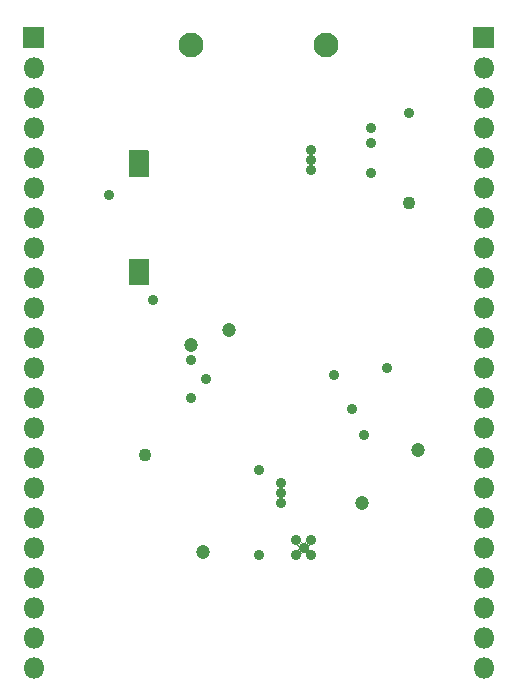
<source format=gbr>
%TF.GenerationSoftware,KiCad,Pcbnew,(5.1.7)-1*%
%TF.CreationDate,2021-01-12T16:12:08+01:00*%
%TF.ProjectId,slckb,736c636b-622e-46b6-9963-61645f706362,rev?*%
%TF.SameCoordinates,Original*%
%TF.FileFunction,Soldermask,Bot*%
%TF.FilePolarity,Negative*%
%FSLAX46Y46*%
G04 Gerber Fmt 4.6, Leading zero omitted, Abs format (unit mm)*
G04 Created by KiCad (PCBNEW (5.1.7)-1) date 2021-01-12 16:12:08*
%MOMM*%
%LPD*%
G01*
G04 APERTURE LIST*
%ADD10O,1.800000X1.800000*%
%ADD11C,2.100000*%
%ADD12C,0.900000*%
%ADD13C,1.100000*%
%ADD14C,1.200000*%
%ADD15C,0.100000*%
G04 APERTURE END LIST*
D10*
X209550000Y-106680000D03*
X209550000Y-104140000D03*
X209550000Y-101600000D03*
X209550000Y-99060000D03*
X209550000Y-96520000D03*
X209550000Y-93980000D03*
X209550000Y-91440000D03*
X209550000Y-88900000D03*
X209550000Y-86360000D03*
X209550000Y-83820000D03*
X209550000Y-81280000D03*
X209550000Y-78740000D03*
X209550000Y-76200000D03*
X209550000Y-73660000D03*
X209550000Y-71120000D03*
X209550000Y-68580000D03*
X209550000Y-66040000D03*
X209550000Y-63500000D03*
X209550000Y-60960000D03*
X209550000Y-58420000D03*
X209550000Y-55880000D03*
G36*
G01*
X208650000Y-54190000D02*
X208650000Y-52490000D01*
G75*
G02*
X208700000Y-52440000I50000J0D01*
G01*
X210400000Y-52440000D01*
G75*
G02*
X210450000Y-52490000I0J-50000D01*
G01*
X210450000Y-54190000D01*
G75*
G02*
X210400000Y-54240000I-50000J0D01*
G01*
X208700000Y-54240000D01*
G75*
G02*
X208650000Y-54190000I0J50000D01*
G01*
G37*
X171450000Y-106680000D03*
X171450000Y-104140000D03*
X171450000Y-101600000D03*
X171450000Y-99060000D03*
X171450000Y-96520000D03*
X171450000Y-93980000D03*
X171450000Y-91440000D03*
X171450000Y-88900000D03*
X171450000Y-86360000D03*
X171450000Y-83820000D03*
X171450000Y-81280000D03*
X171450000Y-78740000D03*
X171450000Y-76200000D03*
X171450000Y-73660000D03*
X171450000Y-71120000D03*
X171450000Y-68580000D03*
X171450000Y-66040000D03*
X171450000Y-63500000D03*
X171450000Y-60960000D03*
X171450000Y-58420000D03*
X171450000Y-55880000D03*
G36*
G01*
X170550000Y-54190000D02*
X170550000Y-52490000D01*
G75*
G02*
X170600000Y-52440000I50000J0D01*
G01*
X172300000Y-52440000D01*
G75*
G02*
X172350000Y-52490000I0J-50000D01*
G01*
X172350000Y-54190000D01*
G75*
G02*
X172300000Y-54240000I-50000J0D01*
G01*
X170600000Y-54240000D01*
G75*
G02*
X170550000Y-54190000I0J50000D01*
G01*
G37*
D11*
X184785000Y-53975000D03*
X196215000Y-53975000D03*
G36*
G01*
X181140000Y-65130000D02*
X179540000Y-65130000D01*
G75*
G02*
X179490000Y-65080000I0J50000D01*
G01*
X179490000Y-62900000D01*
G75*
G02*
X179540000Y-62850000I50000J0D01*
G01*
X181140000Y-62850000D01*
G75*
G02*
X181190000Y-62900000I0J-50000D01*
G01*
X181190000Y-65080000D01*
G75*
G02*
X181140000Y-65130000I-50000J0D01*
G01*
G37*
G36*
G01*
X181140000Y-74310000D02*
X179540000Y-74310000D01*
G75*
G02*
X179490000Y-74260000I0J50000D01*
G01*
X179490000Y-72080000D01*
G75*
G02*
X179540000Y-72030000I50000J0D01*
G01*
X181140000Y-72030000D01*
G75*
G02*
X181190000Y-72080000I0J-50000D01*
G01*
X181190000Y-74260000D01*
G75*
G02*
X181140000Y-74310000I-50000J0D01*
G01*
G37*
D12*
X193675000Y-95885000D03*
X194945000Y-97155000D03*
X193675000Y-97155000D03*
X194310000Y-96520000D03*
X194945000Y-95885000D03*
D13*
X180848000Y-88646000D03*
D14*
X184785000Y-79375000D03*
X187960000Y-78105000D03*
X185801000Y-96901000D03*
X203962000Y-88265000D03*
X199263000Y-92710000D03*
D12*
X194945000Y-63690500D03*
X194945000Y-64516000D03*
X192405000Y-91884500D03*
X192405000Y-91059000D03*
X192405000Y-92710000D03*
X194945000Y-62865000D03*
X181544998Y-75565000D03*
X177800000Y-66675000D03*
X199390000Y-86995000D03*
X200025000Y-64770000D03*
X198437500Y-84772500D03*
X200025000Y-62230000D03*
X196850000Y-81915000D03*
X200025000Y-60960000D03*
X203200000Y-59690000D03*
X201360000Y-81280000D03*
X190500000Y-97155000D03*
X190500000Y-89916000D03*
X184785000Y-83820000D03*
X186055000Y-82245000D03*
X184785000Y-80645000D03*
D13*
X203200000Y-67310000D03*
D15*
G36*
X194751734Y-96599897D02*
G01*
X194752405Y-96601597D01*
X194750983Y-96616027D01*
X194752865Y-96635140D01*
X194758443Y-96653526D01*
X194767498Y-96670467D01*
X194779684Y-96685316D01*
X194794532Y-96697502D01*
X194811474Y-96706557D01*
X194829859Y-96712134D01*
X194848973Y-96714017D01*
X194863403Y-96712595D01*
X194865225Y-96713420D01*
X194865421Y-96715410D01*
X194863989Y-96716547D01*
X194814954Y-96726301D01*
X194733818Y-96759908D01*
X194660797Y-96808699D01*
X194598699Y-96870797D01*
X194549908Y-96943818D01*
X194516301Y-97024954D01*
X194506547Y-97073989D01*
X194505228Y-97075493D01*
X194503266Y-97075103D01*
X194502595Y-97073403D01*
X194504017Y-97058973D01*
X194502135Y-97039860D01*
X194496557Y-97021474D01*
X194487502Y-97004533D01*
X194475316Y-96989684D01*
X194460468Y-96977498D01*
X194443526Y-96968443D01*
X194425141Y-96962866D01*
X194406027Y-96960983D01*
X194391597Y-96962405D01*
X194389775Y-96961580D01*
X194389579Y-96959590D01*
X194391011Y-96958453D01*
X194440046Y-96948699D01*
X194521182Y-96915092D01*
X194594203Y-96866301D01*
X194656301Y-96804203D01*
X194705092Y-96731182D01*
X194738699Y-96650046D01*
X194748453Y-96601011D01*
X194749772Y-96599507D01*
X194751734Y-96599897D01*
G37*
G36*
X193871547Y-96601011D02*
G01*
X193881301Y-96650046D01*
X193914908Y-96731182D01*
X193963699Y-96804203D01*
X194025797Y-96866301D01*
X194098818Y-96915092D01*
X194179954Y-96948699D01*
X194228989Y-96958453D01*
X194230493Y-96959772D01*
X194230103Y-96961734D01*
X194228403Y-96962405D01*
X194213973Y-96960983D01*
X194194860Y-96962865D01*
X194176474Y-96968443D01*
X194159533Y-96977498D01*
X194144684Y-96989684D01*
X194132498Y-97004532D01*
X194123443Y-97021474D01*
X194117866Y-97039859D01*
X194115983Y-97058973D01*
X194117405Y-97073403D01*
X194116580Y-97075225D01*
X194114590Y-97075421D01*
X194113453Y-97073989D01*
X194103699Y-97024954D01*
X194070092Y-96943818D01*
X194021301Y-96870797D01*
X193959203Y-96808699D01*
X193886182Y-96759908D01*
X193805046Y-96726301D01*
X193756011Y-96716547D01*
X193754507Y-96715228D01*
X193754897Y-96713266D01*
X193756597Y-96712595D01*
X193771027Y-96714017D01*
X193790140Y-96712135D01*
X193808526Y-96706557D01*
X193825467Y-96697502D01*
X193840316Y-96685316D01*
X193852502Y-96670468D01*
X193861557Y-96653526D01*
X193867134Y-96635141D01*
X193869017Y-96616027D01*
X193867595Y-96601597D01*
X193868420Y-96599775D01*
X193870410Y-96599579D01*
X193871547Y-96601011D01*
G37*
G36*
X194116734Y-95964897D02*
G01*
X194117405Y-95966597D01*
X194115983Y-95981027D01*
X194117865Y-96000140D01*
X194123443Y-96018526D01*
X194132498Y-96035467D01*
X194144684Y-96050316D01*
X194159532Y-96062502D01*
X194176474Y-96071557D01*
X194194859Y-96077134D01*
X194213973Y-96079017D01*
X194228403Y-96077595D01*
X194230225Y-96078420D01*
X194230421Y-96080410D01*
X194228989Y-96081547D01*
X194179954Y-96091301D01*
X194098818Y-96124908D01*
X194025797Y-96173699D01*
X193963699Y-96235797D01*
X193914908Y-96308818D01*
X193881301Y-96389954D01*
X193871547Y-96438989D01*
X193870228Y-96440493D01*
X193868266Y-96440103D01*
X193867595Y-96438403D01*
X193869017Y-96423973D01*
X193867135Y-96404860D01*
X193861557Y-96386474D01*
X193852502Y-96369533D01*
X193840316Y-96354684D01*
X193825468Y-96342498D01*
X193808526Y-96333443D01*
X193790141Y-96327866D01*
X193771027Y-96325983D01*
X193756597Y-96327405D01*
X193754775Y-96326580D01*
X193754579Y-96324590D01*
X193756011Y-96323453D01*
X193805046Y-96313699D01*
X193886182Y-96280092D01*
X193959203Y-96231301D01*
X194021301Y-96169203D01*
X194070092Y-96096182D01*
X194103699Y-96015046D01*
X194113453Y-95966011D01*
X194114772Y-95964507D01*
X194116734Y-95964897D01*
G37*
G36*
X194506547Y-95966011D02*
G01*
X194516301Y-96015046D01*
X194549908Y-96096182D01*
X194598699Y-96169203D01*
X194660797Y-96231301D01*
X194733818Y-96280092D01*
X194814954Y-96313699D01*
X194863989Y-96323453D01*
X194865493Y-96324772D01*
X194865103Y-96326734D01*
X194863403Y-96327405D01*
X194848973Y-96325983D01*
X194829860Y-96327865D01*
X194811474Y-96333443D01*
X194794533Y-96342498D01*
X194779684Y-96354684D01*
X194767498Y-96369532D01*
X194758443Y-96386474D01*
X194752866Y-96404859D01*
X194750983Y-96423973D01*
X194752405Y-96438403D01*
X194751580Y-96440225D01*
X194749590Y-96440421D01*
X194748453Y-96438989D01*
X194738699Y-96389954D01*
X194705092Y-96308818D01*
X194656301Y-96235797D01*
X194594203Y-96173699D01*
X194521182Y-96124908D01*
X194440046Y-96091301D01*
X194391011Y-96081547D01*
X194389507Y-96080228D01*
X194389897Y-96078266D01*
X194391597Y-96077595D01*
X194406027Y-96079017D01*
X194425140Y-96077135D01*
X194443526Y-96071557D01*
X194460467Y-96062502D01*
X194475316Y-96050316D01*
X194487502Y-96035468D01*
X194496557Y-96018526D01*
X194502134Y-96000141D01*
X194504017Y-95981027D01*
X194502595Y-95966597D01*
X194503420Y-95964775D01*
X194505410Y-95964579D01*
X194506547Y-95966011D01*
G37*
M02*

</source>
